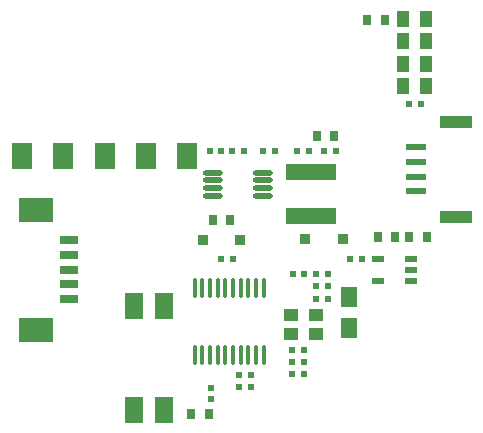
<source format=gtp>
%FSLAX25Y25*%
%MOIN*%
G70*
G01*
G75*
G04 Layer_Color=8421504*
%ADD10R,0.07087X0.08661*%
%ADD11R,0.05906X0.02953*%
%ADD12R,0.11811X0.08268*%
%ADD13R,0.06693X0.02362*%
%ADD14R,0.10630X0.03937*%
%ADD15R,0.06299X0.08661*%
%ADD16R,0.03543X0.03740*%
%ADD17O,0.06693X0.01693*%
%ADD18R,0.01969X0.02165*%
%ADD19R,0.03000X0.03543*%
%ADD20R,0.16535X0.05512*%
%ADD21R,0.03937X0.05709*%
%ADD22R,0.04331X0.02362*%
%ADD23R,0.05315X0.07087*%
%ADD24R,0.02803X0.03600*%
%ADD25R,0.02804X0.03600*%
%ADD26R,0.02165X0.01969*%
%ADD27O,0.01378X0.06693*%
%ADD28R,0.04724X0.04331*%
%ADD29C,0.03000*%
%ADD30C,0.01500*%
%ADD31C,0.00800*%
%ADD32C,0.01000*%
%ADD33C,0.01200*%
%ADD34C,0.02000*%
%ADD35R,0.05118X0.05118*%
%ADD36C,0.05118*%
%ADD37R,0.05906X0.05906*%
%ADD38C,0.05906*%
%ADD39C,0.01969*%
%ADD40C,0.01181*%
%ADD41C,0.00984*%
%ADD42C,0.02362*%
%ADD43C,0.00500*%
%ADD44C,0.00787*%
D10*
X7000Y90500D02*
D03*
X20750D02*
D03*
X34500D02*
D03*
X48250D02*
D03*
X62000D02*
D03*
D11*
X22683Y62582D02*
D03*
X22683Y42818D02*
D03*
Y47739D02*
D03*
X22683Y52661D02*
D03*
Y57582D02*
D03*
D12*
X11463Y72641D02*
D03*
Y32680D02*
D03*
D13*
X138287Y78740D02*
D03*
Y83661D02*
D03*
Y88583D02*
D03*
Y93504D02*
D03*
D14*
X151575Y70275D02*
D03*
X151575Y101969D02*
D03*
D15*
X44400Y6000D02*
D03*
Y40646D02*
D03*
X54400Y6000D02*
D03*
Y40646D02*
D03*
D16*
X67204Y62638D02*
D03*
X79607D02*
D03*
X101401Y63000D02*
D03*
X113804D02*
D03*
D17*
X70693Y85000D02*
D03*
Y82441D02*
D03*
Y79882D02*
D03*
Y77323D02*
D03*
X87228Y85000D02*
D03*
Y82441D02*
D03*
Y79882D02*
D03*
Y77323D02*
D03*
D18*
X69492Y92161D02*
D03*
X73429D02*
D03*
X76992D02*
D03*
X80929D02*
D03*
X87432Y92100D02*
D03*
X91369D02*
D03*
X107701Y92165D02*
D03*
X111638D02*
D03*
X98701D02*
D03*
X102638D02*
D03*
X136031Y108000D02*
D03*
X139969D02*
D03*
X120268Y56200D02*
D03*
X116332D02*
D03*
X108869Y47200D02*
D03*
X104931D02*
D03*
Y43000D02*
D03*
X108869D02*
D03*
X97031Y25900D02*
D03*
X100969D02*
D03*
X101068Y51300D02*
D03*
X97132D02*
D03*
X108869D02*
D03*
X104931D02*
D03*
X73331Y56200D02*
D03*
X77268D02*
D03*
D19*
X70508Y69138D02*
D03*
X76256D02*
D03*
X110965Y97165D02*
D03*
X105217D02*
D03*
X127795Y136000D02*
D03*
X122047D02*
D03*
X131295Y63500D02*
D03*
X125547D02*
D03*
X141795D02*
D03*
X136047D02*
D03*
D20*
X103303Y70638D02*
D03*
Y85205D02*
D03*
D21*
X141744Y113787D02*
D03*
X134106D02*
D03*
X141744Y121287D02*
D03*
X134106D02*
D03*
X141744Y128787D02*
D03*
X134106D02*
D03*
X141744Y136287D02*
D03*
X134106D02*
D03*
D22*
X136512Y48760D02*
D03*
Y52500D02*
D03*
Y56240D02*
D03*
X125488D02*
D03*
Y48760D02*
D03*
D23*
X116000Y43657D02*
D03*
Y33342D02*
D03*
D24*
X63400Y4400D02*
D03*
D25*
X69400D02*
D03*
D26*
X69800Y13368D02*
D03*
Y9431D02*
D03*
X97000Y17932D02*
D03*
Y21869D02*
D03*
X101100Y17932D02*
D03*
Y21869D02*
D03*
X83300Y17569D02*
D03*
Y13632D02*
D03*
X79200Y17569D02*
D03*
Y13632D02*
D03*
D27*
X64484Y24080D02*
D03*
X67043D02*
D03*
X69602D02*
D03*
X72161D02*
D03*
X74721D02*
D03*
X77280D02*
D03*
X79839D02*
D03*
X82398D02*
D03*
X84957D02*
D03*
X87516D02*
D03*
X64484Y46521D02*
D03*
X67043D02*
D03*
X69602D02*
D03*
X72161D02*
D03*
X74721D02*
D03*
X77280D02*
D03*
X79839D02*
D03*
X82398D02*
D03*
X84957D02*
D03*
X87516D02*
D03*
D28*
X96566Y31350D02*
D03*
X104834D02*
D03*
Y37650D02*
D03*
X96566D02*
D03*
M02*

</source>
